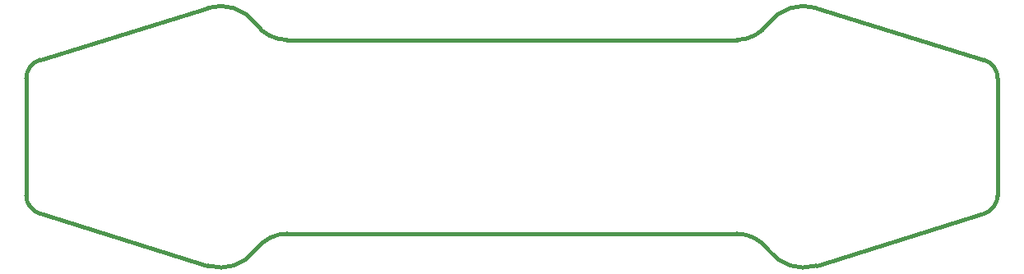
<source format=gm1>
G04 #@! TF.GenerationSoftware,KiCad,Pcbnew,(5.1.4)-1*
G04 #@! TF.CreationDate,2020-09-24T22:32:13-04:00*
G04 #@! TF.ProjectId,Taillight,5461696c-6c69-4676-9874-2e6b69636164,rev?*
G04 #@! TF.SameCoordinates,Original*
G04 #@! TF.FileFunction,Profile,NP*
%FSLAX46Y46*%
G04 Gerber Fmt 4.6, Leading zero omitted, Abs format (unit mm)*
G04 Created by KiCad (PCBNEW (5.1.4)-1) date 2020-09-24 22:32:13*
%MOMM*%
%LPD*%
G04 APERTURE LIST*
%ADD10C,0.381000*%
G04 APERTURE END LIST*
D10*
X126360895Y-88352941D02*
G75*
G02X123126136Y-90000000I-3234759J2352941D01*
G01*
X150000000Y-106026953D02*
G75*
G02X148593249Y-107936941I-2000000J0D01*
G01*
X148593249Y-92063059D02*
G75*
G02X150000000Y-93973047I-593249J-1909988D01*
G01*
X68665191Y-86702526D02*
G75*
G02X73639105Y-88352942I1334809J-4297474D01*
G01*
X131334810Y-113297473D02*
X148593249Y-107936941D01*
X148593249Y-92063059D02*
X131334810Y-86702527D01*
X68665190Y-86702527D02*
X51406751Y-92063059D01*
X73639105Y-111647058D02*
G75*
G02X68665190Y-113297473I-3639104J2647059D01*
G01*
X150000000Y-106026953D02*
X150000000Y-93973047D01*
X123126136Y-90000000D02*
X76873864Y-90000000D01*
X126360895Y-88352943D02*
G75*
G02X131334810Y-86702527I3639105J-2647058D01*
G01*
X123126136Y-109999999D02*
G75*
G02X126360895Y-111647058I0J-4000000D01*
G01*
X76873865Y-109999999D02*
X123126136Y-109999999D01*
X76873865Y-90000000D02*
G75*
G02X73639105Y-88352942I-1J4000000D01*
G01*
X131334809Y-113297473D02*
G75*
G02X126360895Y-111647058I-1334810J4297473D01*
G01*
X73639105Y-111647058D02*
G75*
G02X76873865Y-109999999I3234760J-2352942D01*
G01*
X50000000Y-93973047D02*
G75*
G02X51406751Y-92063059I2000000J0D01*
G01*
X51406751Y-107936941D02*
X68665190Y-113297473D01*
X51406751Y-107936941D02*
G75*
G02X50000000Y-106026953I593249J1909988D01*
G01*
X50000000Y-93973047D02*
X50000000Y-106026953D01*
M02*

</source>
